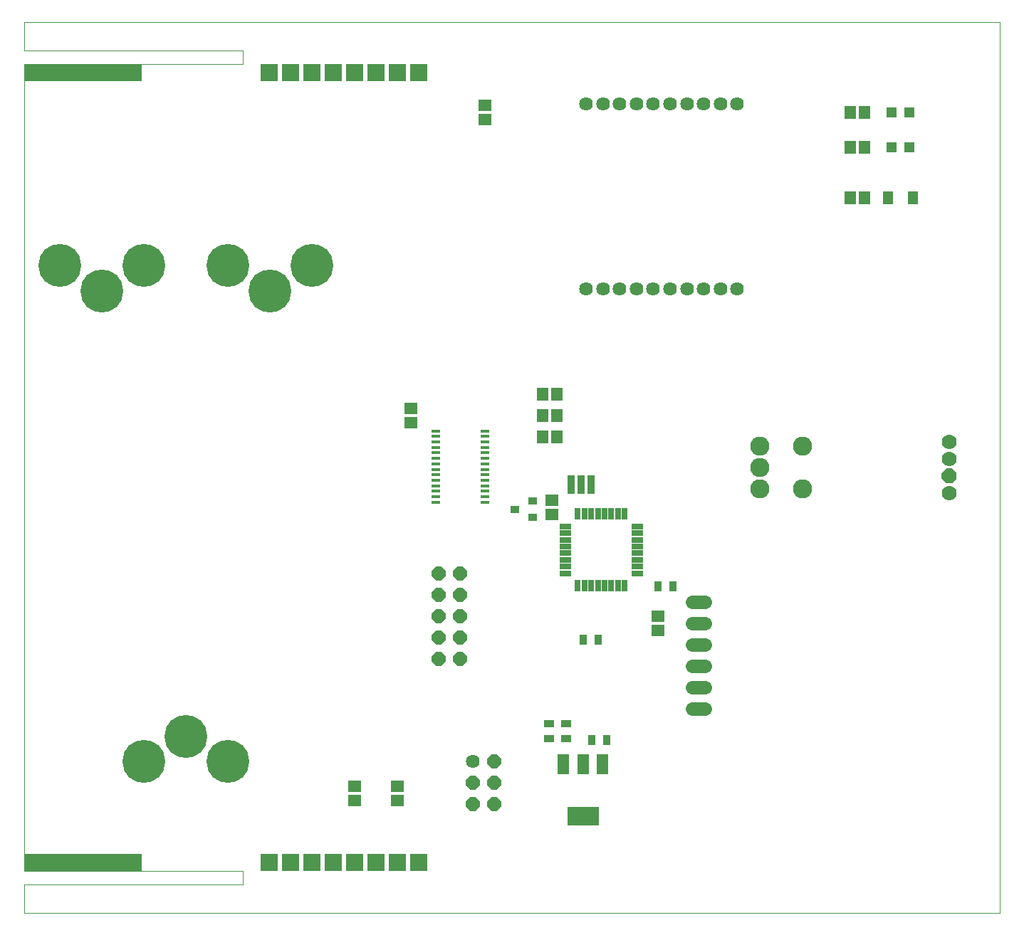
<source format=gts>
G75*
G70*
%OFA0B0*%
%FSLAX24Y24*%
%IPPOS*%
%LPD*%
%AMOC8*
5,1,8,0,0,1.08239X$1,22.5*
%
%ADD10C,0.0000*%
%ADD11R,0.5512X0.0787*%
%ADD12R,0.0631X0.0552*%
%ADD13R,0.0355X0.0512*%
%ADD14R,0.0512X0.0355*%
%ADD15C,0.0640*%
%ADD16OC8,0.0640*%
%ADD17R,0.0260X0.0540*%
%ADD18R,0.0540X0.0260*%
%ADD19R,0.0520X0.0920*%
%ADD20R,0.1457X0.0906*%
%ADD21C,0.0640*%
%ADD22R,0.0512X0.0591*%
%ADD23R,0.0552X0.0631*%
%ADD24R,0.0827X0.0827*%
%ADD25C,0.2009*%
%ADD26C,0.0900*%
%ADD27R,0.0512X0.0512*%
%ADD28R,0.0355X0.0867*%
%ADD29R,0.0430X0.0160*%
%ADD30R,0.0394X0.0355*%
%ADD31C,0.0700*%
%ADD32OC8,0.0700*%
D10*
X000180Y000100D02*
X000180Y001439D01*
X010416Y001439D01*
X010416Y002069D01*
X000180Y002069D01*
X000180Y039864D01*
X010416Y039864D01*
X010416Y040494D01*
X000180Y040494D01*
X000180Y041832D01*
X045849Y041832D01*
X045849Y000100D01*
X000180Y000100D01*
D11*
X002936Y002462D03*
X002936Y039470D03*
D12*
X018280Y023735D03*
X018280Y023065D03*
X024880Y019435D03*
X024880Y018765D03*
X029830Y013985D03*
X029830Y013315D03*
X017630Y006035D03*
X017630Y005365D03*
X015630Y005365D03*
X015630Y006035D03*
X021730Y037265D03*
X021730Y037935D03*
D13*
X029826Y015400D03*
X030534Y015400D03*
X027034Y012900D03*
X026326Y012900D03*
X026726Y008200D03*
X027434Y008200D03*
D14*
X025530Y008246D03*
X025530Y008954D03*
X024730Y008954D03*
X024730Y008246D03*
D15*
X021180Y007200D03*
X026467Y029319D03*
X027255Y029319D03*
X028042Y029319D03*
X028830Y029319D03*
X029617Y029319D03*
X030404Y029319D03*
X031192Y029319D03*
X031979Y029319D03*
X032767Y029319D03*
X033554Y029319D03*
X033554Y037981D03*
X032767Y037981D03*
X031979Y037981D03*
X031192Y037981D03*
X030404Y037981D03*
X029617Y037981D03*
X028830Y037981D03*
X028042Y037981D03*
X027255Y037981D03*
X026467Y037981D03*
D16*
X020580Y016000D03*
X019580Y016000D03*
X019580Y015000D03*
X019580Y014000D03*
X019580Y013000D03*
X020580Y013000D03*
X020580Y014000D03*
X020580Y015000D03*
X020580Y012000D03*
X019580Y012000D03*
X022180Y007200D03*
X022180Y006200D03*
X022180Y005200D03*
X021180Y005200D03*
X021180Y006200D03*
D17*
X026078Y015410D03*
X026393Y015410D03*
X026708Y015410D03*
X027023Y015410D03*
X027337Y015410D03*
X027652Y015410D03*
X027967Y015410D03*
X028282Y015410D03*
X028282Y018790D03*
X027967Y018790D03*
X027652Y018790D03*
X027337Y018790D03*
X027023Y018790D03*
X026708Y018790D03*
X026393Y018790D03*
X026078Y018790D03*
D18*
X025490Y018202D03*
X025490Y017887D03*
X025490Y017572D03*
X025490Y017257D03*
X025490Y016943D03*
X025490Y016628D03*
X025490Y016313D03*
X025490Y015998D03*
X028870Y015998D03*
X028870Y016313D03*
X028870Y016628D03*
X028870Y016943D03*
X028870Y017257D03*
X028870Y017572D03*
X028870Y017887D03*
X028870Y018202D03*
D19*
X027240Y007070D03*
X026330Y007070D03*
X025420Y007070D03*
D20*
X026330Y004630D03*
D21*
X031430Y009650D02*
X032030Y009650D01*
X032030Y010650D02*
X031430Y010650D01*
X031430Y011650D02*
X032030Y011650D01*
X032030Y012650D02*
X031430Y012650D01*
X031430Y013650D02*
X032030Y013650D01*
X032030Y014650D02*
X031430Y014650D01*
D22*
X040589Y033600D03*
X041771Y033600D03*
D23*
X039515Y033600D03*
X038845Y033600D03*
X038845Y035950D03*
X039515Y035950D03*
X039515Y037600D03*
X038845Y037600D03*
X025115Y024400D03*
X024445Y024400D03*
X024445Y023400D03*
X025115Y023400D03*
X025115Y022400D03*
X024445Y022400D03*
D24*
X018641Y039470D03*
X017641Y039470D03*
X016641Y039470D03*
X015641Y039470D03*
X014641Y039470D03*
X013641Y039470D03*
X012641Y039470D03*
X011641Y039470D03*
X011641Y002462D03*
X012641Y002462D03*
X013641Y002462D03*
X014641Y002462D03*
X015641Y002462D03*
X016641Y002462D03*
X017641Y002462D03*
X018641Y002462D03*
D25*
X009708Y007187D03*
X007739Y008368D03*
X005771Y007187D03*
X003802Y029234D03*
X005771Y030415D03*
X009708Y030415D03*
X011676Y029234D03*
X013645Y030415D03*
X001834Y030415D03*
D26*
X034613Y021966D03*
X034613Y020966D03*
X034613Y019966D03*
X036613Y019966D03*
X036613Y021966D03*
D27*
X040767Y035950D03*
X041593Y035950D03*
X041593Y037600D03*
X040767Y037600D03*
D28*
X026702Y020150D03*
X026230Y020150D03*
X025758Y020150D03*
D29*
X021729Y020104D03*
X021729Y019848D03*
X021729Y019593D03*
X021729Y019337D03*
X021729Y020360D03*
X021729Y020616D03*
X021729Y020872D03*
X021729Y021128D03*
X021729Y021384D03*
X021729Y021640D03*
X021729Y021896D03*
X021729Y022152D03*
X021729Y022407D03*
X021729Y022663D03*
X019431Y022663D03*
X019431Y022407D03*
X019431Y022152D03*
X019431Y021896D03*
X019431Y021640D03*
X019431Y021384D03*
X019431Y021128D03*
X019431Y020872D03*
X019431Y020616D03*
X019431Y020360D03*
X019431Y020104D03*
X019431Y019848D03*
X019431Y019593D03*
X019431Y019337D03*
D30*
X023147Y019000D03*
X023974Y018626D03*
X023974Y019374D03*
D31*
X043487Y019766D03*
X043487Y021366D03*
X043487Y022166D03*
D32*
X043487Y020566D03*
M02*

</source>
